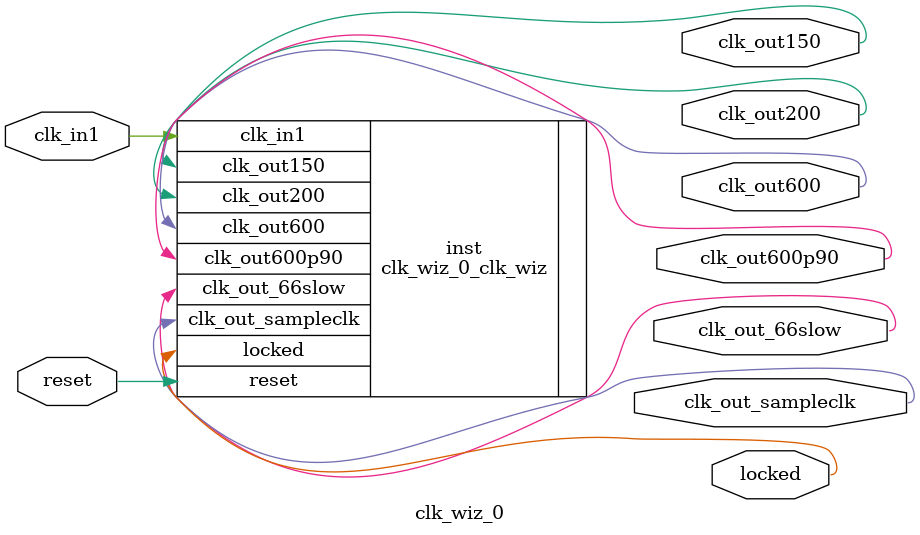
<source format=v>


`timescale 1ps/1ps

(* CORE_GENERATION_INFO = "clk_wiz_0,clk_wiz_v6_0_5_0_0,{component_name=clk_wiz_0,use_phase_alignment=true,use_min_o_jitter=false,use_max_i_jitter=false,use_dyn_phase_shift=false,use_inclk_switchover=false,use_dyn_reconfig=false,enable_axi=0,feedback_source=FDBK_AUTO,PRIMITIVE=MMCM,num_out_clk=6,clkin1_period=10.000,clkin2_period=10.000,use_power_down=false,use_reset=true,use_locked=true,use_inclk_stopped=false,feedback_type=SINGLE,CLOCK_MGR_TYPE=NA,manual_override=false}" *)

module clk_wiz_0 
 (
  // Clock out ports
  output        clk_out600p90,
  output        clk_out600,
  output        clk_out150,
  output        clk_out200,
  output        clk_out_66slow,
  output        clk_out_sampleclk,
  // Status and control signals
  input         reset,
  output        locked,
 // Clock in ports
  input         clk_in1
 );

  clk_wiz_0_clk_wiz inst
  (
  // Clock out ports  
  .clk_out600p90(clk_out600p90),
  .clk_out600(clk_out600),
  .clk_out150(clk_out150),
  .clk_out200(clk_out200),
  .clk_out_66slow(clk_out_66slow),
  .clk_out_sampleclk(clk_out_sampleclk),
  // Status and control signals               
  .reset(reset), 
  .locked(locked),
 // Clock in ports
  .clk_in1(clk_in1)
  );

endmodule

</source>
